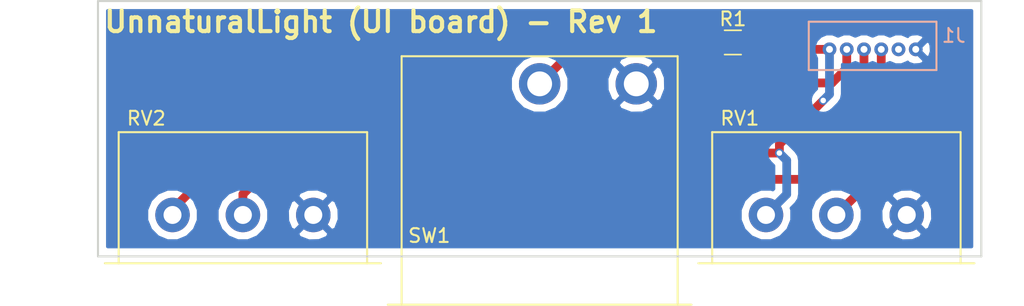
<source format=kicad_pcb>
(kicad_pcb (version 4) (host pcbnew 4.0.6+dfsg1-1)

  (general
    (links 10)
    (no_connects 0)
    (area 109.899999 108.924999 184.100001 131.275001)
    (thickness 1.6)
    (drawings 7)
    (tracks 29)
    (zones 0)
    (modules 5)
    (nets 7)
  )

  (page A4)
  (layers
    (0 F.Cu signal)
    (31 B.Cu signal)
    (32 B.Adhes user)
    (33 F.Adhes user)
    (34 B.Paste user)
    (35 F.Paste user)
    (36 B.SilkS user)
    (37 F.SilkS user)
    (38 B.Mask user)
    (39 F.Mask user)
    (40 Dwgs.User user)
    (41 Cmts.User user)
    (42 Eco1.User user)
    (43 Eco2.User user)
    (44 Edge.Cuts user)
    (45 Margin user)
    (46 B.CrtYd user)
    (47 F.CrtYd user)
    (48 B.Fab user)
    (49 F.Fab user)
  )

  (setup
    (last_trace_width 0.25)
    (user_trace_width 0.635)
    (trace_clearance 0.2)
    (zone_clearance 0.508)
    (zone_45_only no)
    (trace_min 0.2)
    (segment_width 0.2)
    (edge_width 0.15)
    (via_size 0.6)
    (via_drill 0.4)
    (via_min_size 0.4)
    (via_min_drill 0.3)
    (uvia_size 0.3)
    (uvia_drill 0.1)
    (uvias_allowed no)
    (uvia_min_size 0)
    (uvia_min_drill 0)
    (pcb_text_width 0.3)
    (pcb_text_size 1.5 1.5)
    (mod_edge_width 0.15)
    (mod_text_size 1 1)
    (mod_text_width 0.15)
    (pad_size 2.5 2.5)
    (pad_drill 1.3)
    (pad_to_mask_clearance 0.1016)
    (pad_to_paste_clearance -0.127)
    (aux_axis_origin 0 0)
    (visible_elements FFFFFF7F)
    (pcbplotparams
      (layerselection 0x010f0_80000001)
      (usegerberextensions true)
      (excludeedgelayer false)
      (linewidth 0.100000)
      (plotframeref false)
      (viasonmask false)
      (mode 1)
      (useauxorigin false)
      (hpglpennumber 1)
      (hpglpenspeed 20)
      (hpglpendiameter 15)
      (hpglpenoverlay 2)
      (psnegative false)
      (psa4output false)
      (plotreference true)
      (plotvalue true)
      (plotinvisibletext false)
      (padsonsilk false)
      (subtractmaskfromsilk false)
      (outputformat 1)
      (mirror false)
      (drillshape 0)
      (scaleselection 1)
      (outputdirectory fab/))
  )

  (net 0 "")
  (net 1 VCC)
  (net 2 /POT1)
  (net 3 /POT2)
  (net 4 /SW)
  (net 5 GND)
  (net 6 "Net-(J1-Pad5)")

  (net_class Default "This is the default net class."
    (clearance 0.2)
    (trace_width 0.25)
    (via_dia 0.6)
    (via_drill 0.4)
    (uvia_dia 0.3)
    (uvia_drill 0.1)
    (add_net /POT1)
    (add_net /POT2)
    (add_net /SW)
    (add_net GND)
    (add_net "Net-(J1-Pad5)")
    (add_net VCC)
  )

  (module matthew:M_POT (layer F.Cu) (tedit 59E1EC3A) (tstamp 59E00310)
    (at 127.5 124.5)
    (path /59DD6D1E)
    (fp_text reference RV2 (at -7 -7) (layer F.SilkS)
      (effects (font (size 1 1) (thickness 0.15)))
    )
    (fp_text value POT (at 0 -2) (layer F.Fab)
      (effects (font (size 1 1) (thickness 0.15)))
    )
    (fp_line (start 9 3.5) (end 10 3.5) (layer F.SilkS) (width 0.15))
    (fp_line (start -9 3.5) (end -10 3.5) (layer F.SilkS) (width 0.15))
    (fp_line (start 9 -6) (end 9 3.5) (layer F.SilkS) (width 0.15))
    (fp_line (start 9 3.5) (end -9 3.5) (layer F.SilkS) (width 0.15))
    (fp_line (start -9 3.5) (end -9 -6) (layer F.SilkS) (width 0.15))
    (fp_line (start -9 -6) (end 9 -6) (layer F.SilkS) (width 0.15))
    (pad 2 thru_hole circle (at 0 0) (size 2.5 2.5) (drill 1.3) (layers *.Cu *.Mask)
      (net 3 /POT2))
    (pad 1 thru_hole circle (at -5.1 0) (size 2.5 2.5) (drill 1.3) (layers *.Cu *.Mask)
      (net 1 VCC))
    (pad 3 thru_hole circle (at 5.1 0) (size 2.5 2.5) (drill 1.3) (layers *.Cu *.Mask)
      (net 5 GND))
  )

  (module matthew:Molex_53047_0610 (layer B.Cu) (tedit 59E0058A) (tstamp 59E002F0)
    (at 170 112.5)
    (path /59DE05BD)
    (fp_text reference J1 (at 9 -1 180) (layer B.SilkS)
      (effects (font (size 1 1) (thickness 0.15)) (justify mirror))
    )
    (fp_text value CONN_01X06 (at 5.5 2.25) (layer B.Fab)
      (effects (font (size 1 1) (thickness 0.15)) (justify mirror))
    )
    (fp_line (start 0 1.5) (end -1.5 1.5) (layer B.SilkS) (width 0.15))
    (fp_line (start -1.5 1.5) (end -1.5 -2) (layer B.SilkS) (width 0.15))
    (fp_line (start -1.5 -2) (end 7.75 -2) (layer B.SilkS) (width 0.15))
    (fp_line (start 7.75 -2) (end 7.75 1.5) (layer B.SilkS) (width 0.15))
    (fp_line (start 7.75 1.5) (end 0 1.5) (layer B.SilkS) (width 0.15))
    (pad 1 thru_hole circle (at 0 0) (size 1 1) (drill 0.5) (layers *.Cu *.Mask)
      (net 1 VCC))
    (pad 2 thru_hole circle (at 1.25 0) (size 1 1) (drill 0.5) (layers *.Cu *.Mask)
      (net 4 /SW))
    (pad 3 thru_hole circle (at 2.5 0) (size 1 1) (drill 0.5) (layers *.Cu *.Mask)
      (net 3 /POT2))
    (pad 4 thru_hole circle (at 3.75 0) (size 1 1) (drill 0.5) (layers *.Cu *.Mask)
      (net 2 /POT1))
    (pad 5 thru_hole circle (at 5 0) (size 1 1) (drill 0.5) (layers *.Cu *.Mask)
      (net 6 "Net-(J1-Pad5)"))
    (pad 6 thru_hole circle (at 6.25 0) (size 1 1) (drill 0.5) (layers *.Cu *.Mask)
      (net 5 GND))
  )

  (module Resistors_SMD:R_0805_HandSoldering (layer F.Cu) (tedit 58E0A804) (tstamp 59E002F6)
    (at 163 112)
    (descr "Resistor SMD 0805, hand soldering")
    (tags "resistor 0805")
    (path /59DE051B)
    (attr smd)
    (fp_text reference R1 (at 0 -1.7) (layer F.SilkS)
      (effects (font (size 1 1) (thickness 0.15)))
    )
    (fp_text value 10KR (at 0 1.75) (layer F.Fab)
      (effects (font (size 1 1) (thickness 0.15)))
    )
    (fp_text user %R (at 0 0) (layer F.Fab)
      (effects (font (size 0.5 0.5) (thickness 0.075)))
    )
    (fp_line (start -1 0.62) (end -1 -0.62) (layer F.Fab) (width 0.1))
    (fp_line (start 1 0.62) (end -1 0.62) (layer F.Fab) (width 0.1))
    (fp_line (start 1 -0.62) (end 1 0.62) (layer F.Fab) (width 0.1))
    (fp_line (start -1 -0.62) (end 1 -0.62) (layer F.Fab) (width 0.1))
    (fp_line (start 0.6 0.88) (end -0.6 0.88) (layer F.SilkS) (width 0.12))
    (fp_line (start -0.6 -0.88) (end 0.6 -0.88) (layer F.SilkS) (width 0.12))
    (fp_line (start -2.35 -0.9) (end 2.35 -0.9) (layer F.CrtYd) (width 0.05))
    (fp_line (start -2.35 -0.9) (end -2.35 0.9) (layer F.CrtYd) (width 0.05))
    (fp_line (start 2.35 0.9) (end 2.35 -0.9) (layer F.CrtYd) (width 0.05))
    (fp_line (start 2.35 0.9) (end -2.35 0.9) (layer F.CrtYd) (width 0.05))
    (pad 1 smd rect (at -1.35 0) (size 1.5 1.3) (layers F.Cu F.Paste F.Mask)
      (net 4 /SW))
    (pad 2 smd rect (at 1.35 0) (size 1.5 1.3) (layers F.Cu F.Paste F.Mask)
      (net 1 VCC))
    (model ${KISYS3DMOD}/Resistors_SMD.3dshapes/R_0805.wrl
      (at (xyz 0 0 0))
      (scale (xyz 1 1 1))
      (rotate (xyz 0 0 0))
    )
  )

  (module matthew:M_POT (layer F.Cu) (tedit 59DEB7C9) (tstamp 59E00303)
    (at 170.5 124.5)
    (path /59DD6C97)
    (fp_text reference RV1 (at -7 -7) (layer F.SilkS)
      (effects (font (size 1 1) (thickness 0.15)))
    )
    (fp_text value POT (at 0 -2) (layer F.Fab)
      (effects (font (size 1 1) (thickness 0.15)))
    )
    (fp_line (start 9 3.5) (end 10 3.5) (layer F.SilkS) (width 0.15))
    (fp_line (start -9 3.5) (end -10 3.5) (layer F.SilkS) (width 0.15))
    (fp_line (start 9 -6) (end 9 3.5) (layer F.SilkS) (width 0.15))
    (fp_line (start 9 3.5) (end -9 3.5) (layer F.SilkS) (width 0.15))
    (fp_line (start -9 3.5) (end -9 -6) (layer F.SilkS) (width 0.15))
    (fp_line (start -9 -6) (end 9 -6) (layer F.SilkS) (width 0.15))
    (pad 2 thru_hole circle (at 0 0) (size 2.5 2.5) (drill 1.3) (layers *.Cu *.Mask)
      (net 2 /POT1))
    (pad 1 thru_hole circle (at -5.1 0) (size 2.5 2.5) (drill 1.3) (layers *.Cu *.Mask)
      (net 1 VCC))
    (pad 3 thru_hole circle (at 5.1 0) (size 2.5 2.5) (drill 1.3) (layers *.Cu *.Mask)
      (net 5 GND))
  )

  (module matthew:CWSA11AAN1S (layer F.Cu) (tedit 59E3D70C) (tstamp 59E0031C)
    (at 149 115)
    (path /59DE0449)
    (fp_text reference SW1 (at -8 11) (layer F.SilkS)
      (effects (font (size 1 1) (thickness 0.15)))
    )
    (fp_text value SW_SPST (at 3.81 -3.81) (layer F.Fab)
      (effects (font (size 1 1) (thickness 0.15)))
    )
    (fp_line (start 10 16) (end 11 16) (layer F.SilkS) (width 0.15))
    (fp_line (start -11 16) (end -10 16) (layer F.SilkS) (width 0.15))
    (fp_line (start 10 -2) (end 10 16) (layer F.SilkS) (width 0.15))
    (fp_line (start 10 16) (end -10 16) (layer F.SilkS) (width 0.15))
    (fp_line (start -10 16) (end -10 -2) (layer F.SilkS) (width 0.15))
    (fp_line (start -10 -2) (end 10 -2) (layer F.SilkS) (width 0.15))
    (pad 1 thru_hole circle (at 0 0) (size 3 3) (drill 1.8) (layers *.Cu *.Mask)
      (net 4 /SW))
    (pad 2 thru_hole circle (at 7 0) (size 3 3) (drill 1.8) (layers *.Cu *.Mask)
      (net 5 GND))
  )

  (gr_text "UnnaturalLight (UI board) - Rev 1" (at 137.5 110.5) (layer F.SilkS)
    (effects (font (size 1.5 1.5) (thickness 0.3)))
  )
  (gr_line (start 181 127.5) (end 181 109) (angle 90) (layer Edge.Cuts) (width 0.15))
  (gr_line (start 117 127.5) (end 181 127.5) (angle 90) (layer Edge.Cuts) (width 0.15))
  (gr_line (start 117 109) (end 117 127.5) (angle 90) (layer Edge.Cuts) (width 0.15))
  (gr_line (start 181 109) (end 117 109) (angle 90) (layer Edge.Cuts) (width 0.15))
  (gr_line (start 110 131) (end 184 131) (angle 90) (layer Dwgs.User) (width 0.2))
  (gr_line (start 110 128) (end 184 128) (angle 90) (layer Dwgs.User) (width 0.2))

  (segment (start 166.37 120.015) (end 126.485 120.015) (width 0.635) (layer F.Cu) (net 1))
  (segment (start 126.485 120.015) (end 122.4 124.1) (width 0.635) (layer F.Cu) (net 1) (tstamp 59E1EE10))
  (segment (start 122.4 124.1) (end 122.4 124.5) (width 0.635) (layer F.Cu) (net 1) (tstamp 59E1EE13))
  (segment (start 166.9 120.545) (end 166.9 123) (width 0.635) (layer B.Cu) (net 1))
  (segment (start 166.37 120.015) (end 166.9 120.545) (width 0.635) (layer B.Cu) (net 1) (tstamp 59E160A4))
  (via (at 166.37 120.015) (size 0.6) (drill 0.4) (layers F.Cu B.Cu) (net 1))
  (segment (start 166.9 123) (end 165.4 124.5) (width 0.635) (layer B.Cu) (net 1) (tstamp 59E1EDE3))
  (segment (start 170 112.5) (end 164.85 112.5) (width 0.635) (layer F.Cu) (net 1))
  (segment (start 164.85 112.5) (end 164.35 112) (width 0.635) (layer F.Cu) (net 1) (tstamp 59E160D8))
  (segment (start 166.37 120.015) (end 166.37 119.38) (width 0.635) (layer F.Cu) (net 1))
  (segment (start 170 115.75) (end 170 112.5) (width 0.635) (layer B.Cu) (net 1) (tstamp 59E160C2))
  (segment (start 169.545 116.205) (end 170 115.75) (width 0.635) (layer B.Cu) (net 1) (tstamp 59E160C1))
  (via (at 169.545 116.205) (size 0.6) (drill 0.4) (layers F.Cu B.Cu) (net 1))
  (segment (start 166.37 119.38) (end 169.545 116.205) (width 0.635) (layer F.Cu) (net 1) (tstamp 59E160BD))
  (segment (start 164.85 112.5) (end 164.35 112) (width 0.25) (layer F.Cu) (net 1) (tstamp 59E006B2))
  (segment (start 173.75 112.5) (end 173.75 121.25) (width 0.635) (layer F.Cu) (net 2))
  (segment (start 173.75 121.25) (end 170.5 124.5) (width 0.635) (layer F.Cu) (net 2) (tstamp 59E1EDE9))
  (segment (start 127.5 124.5) (end 127.5 123) (width 0.635) (layer F.Cu) (net 3))
  (segment (start 127.5 123) (end 128.58 121.92) (width 0.635) (layer F.Cu) (net 3) (tstamp 59E1EDF4))
  (segment (start 172.5 112.5) (end 172.5 119.6) (width 0.635) (layer F.Cu) (net 3))
  (segment (start 170.18 121.92) (end 128.58 121.92) (width 0.635) (layer F.Cu) (net 3) (tstamp 59E16089))
  (segment (start 172.5 119.6) (end 170.18 121.92) (width 0.635) (layer F.Cu) (net 3) (tstamp 59E16087))
  (segment (start 170.18 114.935) (end 162.935 114.935) (width 0.635) (layer F.Cu) (net 4))
  (segment (start 171.25 113.865) (end 170.18 114.935) (width 0.635) (layer F.Cu) (net 4) (tstamp 59E160CA))
  (segment (start 171.25 112.5) (end 171.25 113.865) (width 0.635) (layer F.Cu) (net 4))
  (segment (start 161.65 113.65) (end 161.65 112) (width 0.635) (layer F.Cu) (net 4) (tstamp 59E1EF21))
  (segment (start 162.935 114.935) (end 161.65 113.65) (width 0.635) (layer F.Cu) (net 4) (tstamp 59E1EF20))
  (segment (start 161.65 112) (end 152 112) (width 0.635) (layer F.Cu) (net 4))
  (segment (start 152 112) (end 149 115) (width 0.635) (layer F.Cu) (net 4) (tstamp 59E1EF15))

  (zone (net 5) (net_name GND) (layer B.Cu) (tstamp 59E00620) (hatch edge 0.508)
    (connect_pads (clearance 0.508))
    (min_thickness 0.254)
    (fill yes (arc_segments 16) (thermal_gap 0.508) (thermal_bridge_width 0.508))
    (polygon
      (pts
        (xy 180.5 127) (xy 117.5 127) (xy 117.5 109.5) (xy 180.5 109.5)
      )
    )
    (filled_polygon
      (pts
        (xy 180.29 126.79) (xy 117.71 126.79) (xy 117.71 124.873305) (xy 120.514674 124.873305) (xy 120.801043 125.566372)
        (xy 121.330839 126.097093) (xy 122.023405 126.384672) (xy 122.773305 126.385326) (xy 123.466372 126.098957) (xy 123.997093 125.569161)
        (xy 124.284672 124.876595) (xy 124.284674 124.873305) (xy 125.614674 124.873305) (xy 125.901043 125.566372) (xy 126.430839 126.097093)
        (xy 127.123405 126.384672) (xy 127.873305 126.385326) (xy 128.566372 126.098957) (xy 128.832472 125.83332) (xy 131.446285 125.83332)
        (xy 131.575533 126.126123) (xy 132.275806 126.394388) (xy 133.025435 126.37425) (xy 133.624467 126.126123) (xy 133.753715 125.83332)
        (xy 132.6 124.679605) (xy 131.446285 125.83332) (xy 128.832472 125.83332) (xy 129.097093 125.569161) (xy 129.384672 124.876595)
        (xy 129.385283 124.175806) (xy 130.705612 124.175806) (xy 130.72575 124.925435) (xy 130.973877 125.524467) (xy 131.26668 125.653715)
        (xy 132.420395 124.5) (xy 132.779605 124.5) (xy 133.93332 125.653715) (xy 134.226123 125.524467) (xy 134.475574 124.873305)
        (xy 163.514674 124.873305) (xy 163.801043 125.566372) (xy 164.330839 126.097093) (xy 165.023405 126.384672) (xy 165.773305 126.385326)
        (xy 166.466372 126.098957) (xy 166.997093 125.569161) (xy 167.284672 124.876595) (xy 167.284674 124.873305) (xy 168.614674 124.873305)
        (xy 168.901043 125.566372) (xy 169.430839 126.097093) (xy 170.123405 126.384672) (xy 170.873305 126.385326) (xy 171.566372 126.098957)
        (xy 171.832472 125.83332) (xy 174.446285 125.83332) (xy 174.575533 126.126123) (xy 175.275806 126.394388) (xy 176.025435 126.37425)
        (xy 176.624467 126.126123) (xy 176.753715 125.83332) (xy 175.6 124.679605) (xy 174.446285 125.83332) (xy 171.832472 125.83332)
        (xy 172.097093 125.569161) (xy 172.384672 124.876595) (xy 172.385283 124.175806) (xy 173.705612 124.175806) (xy 173.72575 124.925435)
        (xy 173.973877 125.524467) (xy 174.26668 125.653715) (xy 175.420395 124.5) (xy 175.779605 124.5) (xy 176.93332 125.653715)
        (xy 177.226123 125.524467) (xy 177.494388 124.824194) (xy 177.47425 124.074565) (xy 177.226123 123.475533) (xy 176.93332 123.346285)
        (xy 175.779605 124.5) (xy 175.420395 124.5) (xy 174.26668 123.346285) (xy 173.973877 123.475533) (xy 173.705612 124.175806)
        (xy 172.385283 124.175806) (xy 172.385326 124.126695) (xy 172.098957 123.433628) (xy 171.832475 123.16668) (xy 174.446285 123.16668)
        (xy 175.6 124.320395) (xy 176.753715 123.16668) (xy 176.624467 122.873877) (xy 175.924194 122.605612) (xy 175.174565 122.62575)
        (xy 174.575533 122.873877) (xy 174.446285 123.16668) (xy 171.832475 123.16668) (xy 171.569161 122.902907) (xy 170.876595 122.615328)
        (xy 170.126695 122.614674) (xy 169.433628 122.901043) (xy 168.902907 123.430839) (xy 168.615328 124.123405) (xy 168.614674 124.873305)
        (xy 167.284674 124.873305) (xy 167.285326 124.126695) (xy 167.237088 124.00995) (xy 167.573519 123.673519) (xy 167.779995 123.364506)
        (xy 167.819345 123.16668) (xy 167.8525 123) (xy 167.8525 120.545) (xy 167.779995 120.180494) (xy 167.573519 119.871481)
        (xy 167.043519 119.341481) (xy 166.969264 119.291865) (xy 166.900327 119.222808) (xy 166.809416 119.185058) (xy 166.734506 119.135005)
        (xy 166.646917 119.117582) (xy 166.556799 119.080162) (xy 166.458362 119.080076) (xy 166.37 119.0625) (xy 166.282409 119.079923)
        (xy 166.184833 119.079838) (xy 166.093857 119.117428) (xy 166.005494 119.135005) (xy 165.931239 119.184621) (xy 165.841057 119.221883)
        (xy 165.77139 119.291428) (xy 165.696481 119.341481) (xy 165.646865 119.415736) (xy 165.577808 119.484673) (xy 165.540058 119.575584)
        (xy 165.490005 119.650494) (xy 165.472582 119.738083) (xy 165.435162 119.828201) (xy 165.435076 119.926638) (xy 165.4175 120.015)
        (xy 165.434923 120.102591) (xy 165.434838 120.200167) (xy 165.472428 120.291143) (xy 165.490005 120.379506) (xy 165.539621 120.453761)
        (xy 165.576883 120.543943) (xy 165.646428 120.61361) (xy 165.696481 120.688519) (xy 165.9475 120.939538) (xy 165.9475 122.605462)
        (xy 165.890384 122.662578) (xy 165.776595 122.615328) (xy 165.026695 122.614674) (xy 164.333628 122.901043) (xy 163.802907 123.430839)
        (xy 163.515328 124.123405) (xy 163.514674 124.873305) (xy 134.475574 124.873305) (xy 134.494388 124.824194) (xy 134.47425 124.074565)
        (xy 134.226123 123.475533) (xy 133.93332 123.346285) (xy 132.779605 124.5) (xy 132.420395 124.5) (xy 131.26668 123.346285)
        (xy 130.973877 123.475533) (xy 130.705612 124.175806) (xy 129.385283 124.175806) (xy 129.385326 124.126695) (xy 129.098957 123.433628)
        (xy 128.832475 123.16668) (xy 131.446285 123.16668) (xy 132.6 124.320395) (xy 133.753715 123.16668) (xy 133.624467 122.873877)
        (xy 132.924194 122.605612) (xy 132.174565 122.62575) (xy 131.575533 122.873877) (xy 131.446285 123.16668) (xy 128.832475 123.16668)
        (xy 128.569161 122.902907) (xy 127.876595 122.615328) (xy 127.126695 122.614674) (xy 126.433628 122.901043) (xy 125.902907 123.430839)
        (xy 125.615328 124.123405) (xy 125.614674 124.873305) (xy 124.284674 124.873305) (xy 124.285326 124.126695) (xy 123.998957 123.433628)
        (xy 123.469161 122.902907) (xy 122.776595 122.615328) (xy 122.026695 122.614674) (xy 121.333628 122.901043) (xy 120.802907 123.430839)
        (xy 120.515328 124.123405) (xy 120.514674 124.873305) (xy 117.71 124.873305) (xy 117.71 115.422815) (xy 146.86463 115.422815)
        (xy 147.18898 116.2078) (xy 147.789041 116.808909) (xy 148.573459 117.134628) (xy 149.422815 117.13537) (xy 150.2078 116.81102)
        (xy 150.505368 116.51397) (xy 154.665635 116.51397) (xy 154.825418 116.832739) (xy 155.616187 117.142723) (xy 156.465387 117.126497)
        (xy 157.174582 116.832739) (xy 157.334365 116.51397) (xy 156 115.179605) (xy 154.665635 116.51397) (xy 150.505368 116.51397)
        (xy 150.808909 116.210959) (xy 151.134628 115.426541) (xy 151.135335 114.616187) (xy 153.857277 114.616187) (xy 153.873503 115.465387)
        (xy 154.167261 116.174582) (xy 154.48603 116.334365) (xy 155.820395 115) (xy 156.179605 115) (xy 157.51397 116.334365)
        (xy 157.772054 116.205) (xy 168.5925 116.205) (xy 168.609923 116.292591) (xy 168.609838 116.390167) (xy 168.647428 116.481143)
        (xy 168.665005 116.569506) (xy 168.714621 116.643761) (xy 168.751883 116.733943) (xy 168.821428 116.80361) (xy 168.871481 116.878519)
        (xy 168.945736 116.928135) (xy 169.014673 116.997192) (xy 169.105584 117.034942) (xy 169.180494 117.084995) (xy 169.268083 117.102418)
        (xy 169.358201 117.139838) (xy 169.456638 117.139924) (xy 169.545 117.1575) (xy 169.632591 117.140077) (xy 169.730167 117.140162)
        (xy 169.821143 117.102572) (xy 169.909506 117.084995) (xy 169.983761 117.035379) (xy 170.073943 116.998117) (xy 170.14361 116.928572)
        (xy 170.218519 116.878519) (xy 170.673519 116.423519) (xy 170.879995 116.114506) (xy 170.9525 115.75) (xy 170.9525 113.605427)
        (xy 171.023244 113.634803) (xy 171.474775 113.635197) (xy 171.875471 113.469632) (xy 172.273244 113.634803) (xy 172.724775 113.635197)
        (xy 173.125471 113.469632) (xy 173.523244 113.634803) (xy 173.974775 113.635197) (xy 174.375471 113.469632) (xy 174.773244 113.634803)
        (xy 175.224775 113.635197) (xy 175.642086 113.462767) (xy 175.665313 113.43958) (xy 175.676648 113.505217) (xy 176.104972 113.648112)
        (xy 176.555375 113.616217) (xy 176.823352 113.505217) (xy 176.860499 113.290104) (xy 176.25 112.679605) (xy 176.235858 112.693748)
        (xy 176.13492 112.59281) (xy 176.135 112.5) (xy 176.429605 112.5) (xy 177.040104 113.110499) (xy 177.255217 113.073352)
        (xy 177.398112 112.645028) (xy 177.366217 112.194625) (xy 177.255217 111.926648) (xy 177.040104 111.889501) (xy 176.429605 112.5)
        (xy 176.135 112.5) (xy 176.135082 112.407028) (xy 176.235858 112.306253) (xy 176.25 112.320395) (xy 176.860499 111.709896)
        (xy 176.823352 111.494783) (xy 176.395028 111.351888) (xy 175.944625 111.383783) (xy 175.676648 111.494783) (xy 175.665384 111.560012)
        (xy 175.643765 111.538355) (xy 175.226756 111.365197) (xy 174.775225 111.364803) (xy 174.374529 111.530368) (xy 173.976756 111.365197)
        (xy 173.525225 111.364803) (xy 173.124529 111.530368) (xy 172.726756 111.365197) (xy 172.275225 111.364803) (xy 171.874529 111.530368)
        (xy 171.476756 111.365197) (xy 171.025225 111.364803) (xy 170.624529 111.530368) (xy 170.226756 111.365197) (xy 169.775225 111.364803)
        (xy 169.357914 111.537233) (xy 169.038355 111.856235) (xy 168.865197 112.273244) (xy 168.864803 112.724775) (xy 169.037233 113.142086)
        (xy 169.0475 113.152371) (xy 169.0475 115.355462) (xy 168.871481 115.531481) (xy 168.821865 115.605736) (xy 168.752808 115.674673)
        (xy 168.715058 115.765584) (xy 168.665005 115.840494) (xy 168.647582 115.928083) (xy 168.610162 116.018201) (xy 168.610076 116.116638)
        (xy 168.5925 116.205) (xy 157.772054 116.205) (xy 157.832739 116.174582) (xy 158.142723 115.383813) (xy 158.126497 114.534613)
        (xy 157.832739 113.825418) (xy 157.51397 113.665635) (xy 156.179605 115) (xy 155.820395 115) (xy 154.48603 113.665635)
        (xy 154.167261 113.825418) (xy 153.857277 114.616187) (xy 151.135335 114.616187) (xy 151.13537 114.577185) (xy 150.81102 113.7922)
        (xy 150.505384 113.48603) (xy 154.665635 113.48603) (xy 156 114.820395) (xy 157.334365 113.48603) (xy 157.174582 113.167261)
        (xy 156.383813 112.857277) (xy 155.534613 112.873503) (xy 154.825418 113.167261) (xy 154.665635 113.48603) (xy 150.505384 113.48603)
        (xy 150.210959 113.191091) (xy 149.426541 112.865372) (xy 148.577185 112.86463) (xy 147.7922 113.18898) (xy 147.191091 113.789041)
        (xy 146.865372 114.573459) (xy 146.86463 115.422815) (xy 117.71 115.422815) (xy 117.71 109.71) (xy 180.29 109.71)
      )
    )
  )
)

</source>
